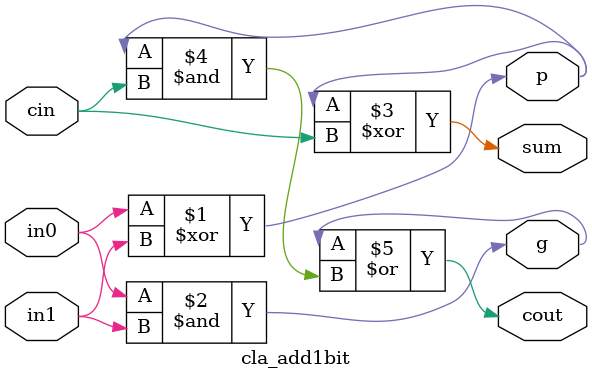
<source format=v>
module cla_add(
    input [15:0]in0,
    input [15:0]in1,
    input cin,
    output [15:0]sum,
    output p_final,
    output g_final,
    output cout
    );

    wire [4:0]carryfinal;
    wire [3:0]p;
    wire [3:0]g;

    assign carryfinal[0] = cin;
    assign carryfinal[1] = g[0] | p[0] & carryfinal[0];
    assign carryfinal[2] = g[1] | (p[1] & g[0]) | (p[1] & p[0] & carryfinal[0]);
    assign carryfinal[3] = g[2] | (p[2] & g[1]) | (p[2] & p[1] & g[0]) | (p[2] & p[1] & p[0] & carryfinal[0]);
    assign carryfinal[4] = g_final | (p_final & carryfinal[0]);

    assign cout = carryfinal[4];

    cla_add4bit block0 (
        .in0(in0[3:0]),
        .in1(in1[3:0]),
        .cin(cin),
        .p_grp(p[0]),
        .g_grp(g[0]),
        .sum(sum[3:0]),
        .cout(carryfinal[1])
    );

    cla_add4bit block1 (
        .in0(in0[7:4]),
        .in1(in1[7:4]),
        .cin(carryfinal[1]),
        .p_grp(p[1]),
        .g_grp(g[1]),
        .sum(sum[7:4]),
        .cout(carryfinal[2])
    );

    cla_add4bit block2 (
        .in0(in0[11:8]),
        .in1(in1[11:8]),
        .cin(carryfinal[2]),
        .p_grp(p[2]),
        .g_grp(g[2]),
        .sum(sum[11:8]),
        .cout(carryfinal[3])
    );

    cla_add4bit block3 (
        .in0(in0[15:12]),
        .in1(in1[15:12]),
        .cin(carryfinal[3]),
        .p_grp(p[3]),
        .g_grp(g[3]),
        .sum(sum[15:12]),
        .cout(carryfinal[4])
    );

    assign p_final = p[3] & p[2] & p[1] & p[0];
    assign g_final = g[3] | (p[3] & g[2]) | (p[3] & p[2] & g[1]) | (p[3] & p[2] & p[1] & g[0]);

endmodule

module cla_add4bit(
    input [3:0]in0,
    input [3:0]in1,
    input cin,
    output [3:0]sum,
    output p_grp,
    output g_grp,
    output cout
    );

    wire [3:0]p;
    wire [3:0]g;
    wire [3:0]carry;

    assign p[0] = in0[0] ^ in1[0];
    assign g[0] = in0[0] & in1[0];
    assign p[1] = in0[1] ^ in1[1];
    assign g[1] = in0[1] & in1[1];
    assign p[2] = in0[2] ^ in1[2];
    assign g[2] = in0[2] & in1[2];
    assign p[3] = in0[3] ^ in1[3];
    assign g[3] = in0[3] & in1[3];

    assign carry[0] = cin;
    assign carry[1] = g[0] | (p[0] & carry[0]);
    assign carry[2] = g[1] | (p[1] & g[0]) | (p[1] & p[0] & carry[0]);
    assign carry[3] = g[2] | (p[2] & g[1]) | (p[2] & p[1] & g[0]) | (p[2] & p[1] & p[0] & carry[0]);

    assign sum[0] = p[0] ^ carry[0];
    assign sum[1] = p[1] ^ carry[1];
    assign sum[2] = p[2] ^ carry[2];
    assign sum[3] = p[3] ^ carry[3];

    assign p_grp = p[3] & p[2] & p[1] & p[0];
    assign g_grp = g[3] | (p[3] & g[2]) | (p[3]&p[2]&g[1]) | (p[3]&p[2]&p[1]&g[0]);

    assign cout = g_grp | (p_grp & cin);
endmodule

module cla_add1bit(
    input in0, in1, cin,
    output sum, p, g, cout
    );

    assign p = in0 ^ in1;
    assign g = in0 & in1;
    assign sum = p ^ cin;
    assign cout = g | p & cin; 
endmodule
</source>
